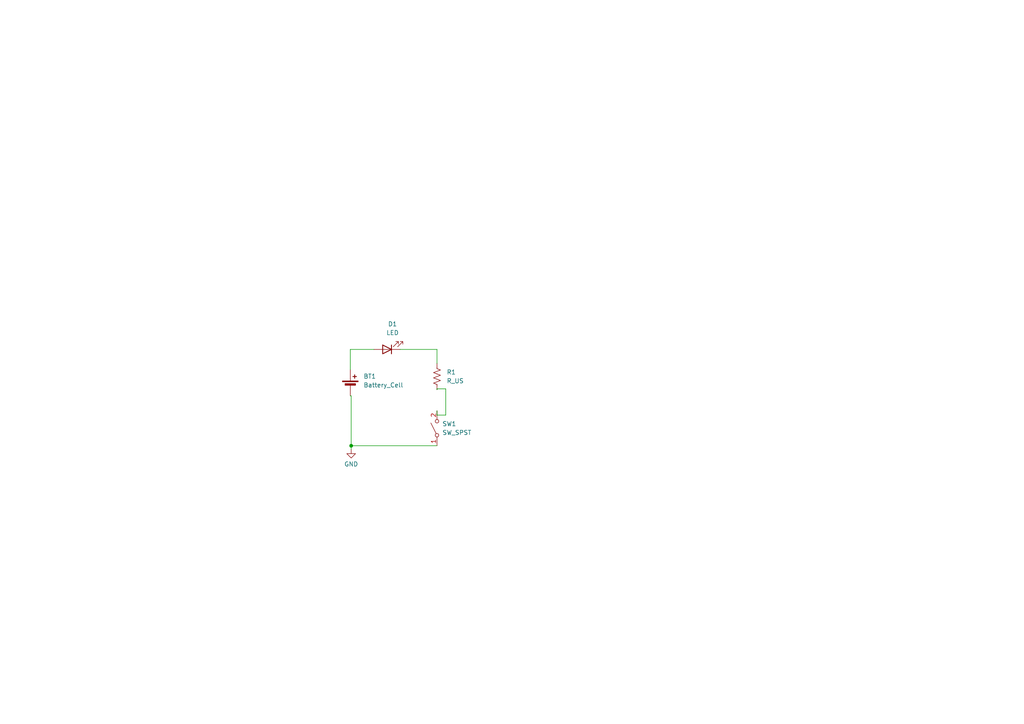
<source format=kicad_sch>
(kicad_sch (version 20230121) (generator eeschema)
  (paper "A4")
  (lib_symbols
    (symbol "Device:Battery_Cell" (pin_numbers hide) (pin_names (offset 0) hide)
      (property "Reference" "BT" (at 2.54 2.54 0))
      (property "Value" "Battery_Cell" (at 2.54 0 0))
      (symbol "Battery_Cell_0_1"
        (rectangle (start -2.286 1.778) (end 2.286 1.524) (fill (type outline)))
        (rectangle (start -1.524 1.016) (end 1.524 0.508) (fill (type outline)))
        (polyline (pts (xy 0 0.762) (xy 0 0)))
        (polyline (pts (xy 0 1.778) (xy 0 2.54)))
        (polyline (pts (xy 0.762 3.048) (xy 1.778 3.048)) (stroke (width 0.254)))
        (polyline (pts (xy 1.27 3.556) (xy 1.27 2.54)) (stroke (width 0.254)))
      )
      (symbol "Battery_Cell_1_1"
        (pin passive line (at 0 5.08 270) (length 2.54) (name "+") (number "1"))
        (pin passive line (at 0 -2.54 90) (length 2.54) (name "-") (number "2"))
      )
    )
    (symbol "Device:LED" (pin_numbers hide) (pin_names (offset 1.016) hide)
      (property "Reference" "D" (at 0 2.54 0))
      (property "Value" "LED" (at 0 -2.54 0))
      (symbol "LED_0_1"
        (polyline (pts (xy -1.27 -1.27) (xy -1.27 1.27)) (stroke (width 0.254)))
        (polyline (pts (xy -1.27 0) (xy 1.27 0)))
        (polyline (pts (xy 1.27 -1.27) (xy 1.27 1.27) (xy -1.27 0) (xy 1.27 -1.27)) (stroke (width 0.254)))
        (polyline (pts (xy -3.048 -0.762) (xy -4.572 -2.286) (xy -3.81 -2.286) (xy -4.572 -2.286) (xy -4.572 -1.524)))
        (polyline (pts (xy -1.778 -0.762) (xy -3.302 -2.286) (xy -2.54 -2.286) (xy -3.302 -2.286) (xy -3.302 -1.524)))
      )
      (symbol "LED_1_1"
        (pin passive line (at -3.81 0 0) (length 2.54) (name "K") (number "1"))
        (pin passive line (at 3.81 0 180) (length 2.54) (name "A") (number "2"))
      )
    )
    (symbol "Device:R_US" (pin_numbers hide) (pin_names (offset 0))
      (property "Reference" "R" (at 2.54 0 90))
      (property "Value" "R_US" (at -2.54 0 90))
      (symbol "R_US_0_1"
        (polyline (pts (xy 0 -2.286) (xy 0 -2.54)))
        (polyline (pts (xy 0 2.286) (xy 0 2.54)))
        (polyline (pts (xy 0 -0.762) (xy 1.016 -1.143) (xy 0 -1.524) (xy -1.016 -1.905) (xy 0 -2.286)))
        (polyline (pts (xy 0 0.762) (xy 1.016 0.381) (xy 0 0) (xy -1.016 -0.381) (xy 0 -0.762)))
        (polyline (pts (xy 0 2.286) (xy 1.016 1.905) (xy 0 1.524) (xy -1.016 1.143) (xy 0 0.762)))
      )
      (symbol "R_US_1_1"
        (pin passive line (at 0 3.81 270) (length 1.27) (name "~") (number "1"))
        (pin passive line (at 0 -3.81 90) (length 1.27) (name "~") (number "2"))
      )
    )
    (symbol "Switch:SW_SPST" (pin_names (offset 0) hide)
      (property "Reference" "SW" (at 0 3.175 0))
      (property "Value" "SW_SPST" (at 0 -2.54 0))
      (symbol "SW_SPST_0_0"
        (circle (center -2.032 0) (radius 0.508))
        (polyline (pts (xy -1.524 0.254) (xy 1.524 1.778)))
        (circle (center 2.032 0) (radius 0.508))
      )
      (symbol "SW_SPST_1_1"
        (pin passive line (at -5.08 0 0) (length 2.54) (name "A") (number "1"))
        (pin passive line (at 5.08 0 180) (length 2.54) (name "B") (number "2"))
      )
    )
    (symbol "power:GND" (power) (pin_names (offset 0))
      (property "Value" "GND" (at 0 -3.81 0))
      (symbol "GND_0_1"
        (polyline (pts (xy 0 0) (xy 0 -1.27) (xy 1.27 -1.27) (xy 0 -2.54) (xy -1.27 -1.27) (xy 0 -1.27)))
      )
      (symbol "GND_1_1"
        (pin power_in line (at 0 0 270) (length 0) hide (name "GND") (number "1"))
      )
    )
  )
  (junction (at 101.854 129.286))
  (wire (pts (xy 129.286 112.776) (xy 129.286 120.396)))
  (wire (pts (xy 126.746 119.126) (xy 126.746 120.396)))
  (wire (pts (xy 101.854 114.808) (xy 101.854 129.286)))
  (wire (pts (xy 101.6 101.346) (xy 108.458 101.346)))
  (wire (pts (xy 101.854 114.808) (xy 101.6 114.808)))
  (wire (pts (xy 126.746 101.346) (xy 126.746 105.41)))
  (wire (pts (xy 126.746 112.776) (xy 126.746 113.03)))
  (wire (pts (xy 126.746 129.286) (xy 101.854 129.286)))
  (wire (pts (xy 101.6 107.188) (xy 101.6 101.346)))
  (wire (pts (xy 126.746 120.396) (xy 129.286 120.396)))
  (wire (pts (xy 126.746 112.776) (xy 129.286 112.776)))
  (wire (pts (xy 101.854 129.286) (xy 101.854 130.302)))
  (wire (pts (xy 126.746 101.346) (xy 116.078 101.346)))
  (symbol (lib_id "power:GND") (at 101.854 130.302 0) (unit 1)
    (property "Reference" "#PWR01" (effects hide))
    (property "Value" "GND" (at 101.854 134.62 0))
  )
  (symbol (lib_id "Device:Battery_Cell") (at 101.6 112.268 0) (unit 1)
    (property "Reference" "BT1" (at 105.41 109.1565 0) (effects (justify left)))
    (property "Value" "Battery_Cell" (at 105.41 111.6965 0) (effects (justify left)))
    (property "Footprint" "Battery:BatteryHolder_Keystone_103_1x20mm" (effects hide))
  )
  (symbol (lib_id "Device:R_US") (at 126.746 109.22 0) (unit 1)
    (property "Reference" "R1" (at 129.54 107.95 0) (effects (justify left)))
    (property "Value" "R_US" (at 129.54 110.49 0) (effects (justify left)))
    (property "Footprint" "Resistor_SMD:R_2512_6332Metric" (effects hide))
  )
  (symbol (lib_id "Device:LED") (at 112.268 101.346 180) (unit 1)
    (property "Reference" "D1" (at 113.8555 93.98 0))
    (property "Value" "LED" (at 113.8555 96.52 0))
    (property "Footprint" "LED_SMD:LED_2512_6332Metric" (effects hide))
  )
  (symbol (lib_id "Switch:SW_SPST") (at 126.746 124.206 90) (unit 1)
    (property "Reference" "SW1" (at 128.27 122.936 90) (effects (justify right)))
    (property "Value" "SW_SPST" (at 128.27 125.476 90) (effects (justify right)))
    (property "Footprint" "Button_Switch_THT:SW_PUSH_6mm" (effects hide))
  )
)
</source>
